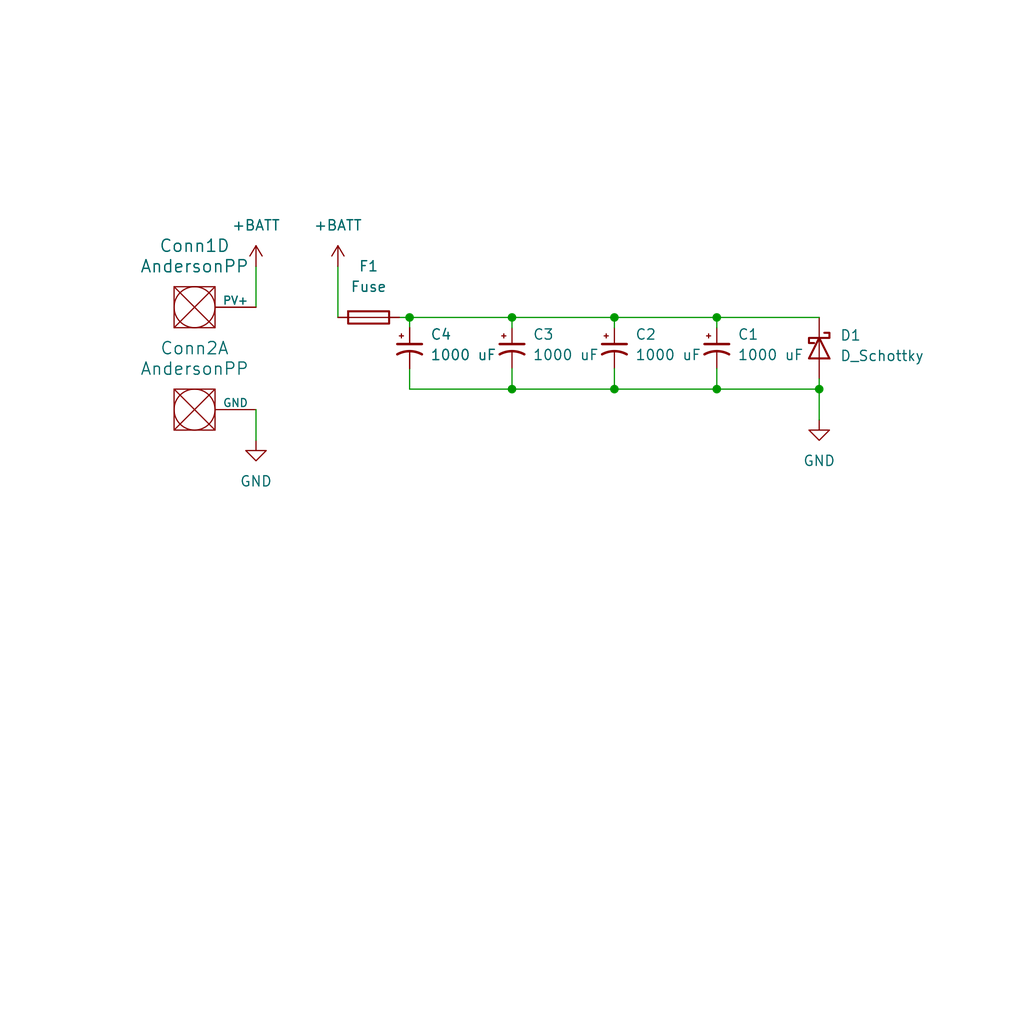
<source format=kicad_sch>
(kicad_sch (version 20231120) (generator "eeschema") (generator_version "8.0")
  (paper "User" 127 127)
  (lib_symbols
    (symbol "Device:C_Polarized_Small_US" (pin_numbers hide) (pin_names (offset 0.254) hide)
      (property "Reference" "C" (at 0.254 1.778 0))
      (property "Value" "C_Polarized_Small_US" (at 0.254 -2.032 0))
      (symbol "C_Polarized_Small_US_0_1"
        (polyline (pts (xy -1.524 0.508) (xy 1.524 0.508)) (stroke (width 0.3048)))
        (polyline (pts (xy -1.27 1.524) (xy -0.762 1.524)))
        (polyline (pts (xy -1.016 1.27) (xy -1.016 1.778)))
        (arc (start 1.524 -0.762) (mid 0 -0.3734) (end -1.524 -0.762) (stroke (width 0.3048)))
      )
      (symbol "C_Polarized_Small_US_1_1"
        (pin passive line (at 0 2.54 270) (length 2.032) (name "~") (number "1"))
        (pin passive line (at 0 -2.54 90) (length 2.032) (name "~") (number "2"))
      )
    )
    (symbol "Device:D_Schottky" (pin_numbers hide) (pin_names (offset 1.016) hide)
      (property "Reference" "D" (at 0 2.54 0))
      (property "Value" "D_Schottky" (at 0 -2.54 0))
      (symbol "D_Schottky_0_1"
        (polyline (pts (xy 1.27 0) (xy -1.27 0)))
        (polyline (pts (xy 1.27 1.27) (xy 1.27 -1.27) (xy -1.27 0) (xy 1.27 1.27)) (stroke (width 0.254)))
        (polyline (pts (xy -1.905 0.635) (xy -1.905 1.27) (xy -1.27 1.27) (xy -1.27 -1.27) (xy -0.635 -1.27) (xy -0.635 -0.635)) (stroke (width 0.254)))
      )
      (symbol "D_Schottky_1_1"
        (pin passive line (at -3.81 0 0) (length 2.54) (name "K") (number "1"))
        (pin passive line (at 3.81 0 180) (length 2.54) (name "A") (number "2"))
      )
    )
    (symbol "Device:Fuse" (pin_numbers hide) (pin_names (offset 0))
      (property "Reference" "F" (at 2.032 0 90))
      (property "Value" "Fuse" (at -1.905 0 90))
      (symbol "Fuse_0_1"
        (rectangle (start -0.762 -2.54) (end 0.762 2.54) (stroke (width 0.254)))
        (polyline (pts (xy 0 2.54) (xy 0 -2.54)))
      )
      (symbol "Fuse_1_1"
        (pin passive line (at 0 3.81 270) (length 1.27) (name "~") (number "1"))
        (pin passive line (at 0 -3.81 90) (length 1.27) (name "~") (number "2"))
      )
    )
    (symbol "MRDT_Connectors:AndersonPP" (pin_numbers hide) (pin_names (offset 0))
      (property "Reference" "Conn" (at 3.81 -1.27 0))
      (property "Value" "AndersonPP" (at 2.54 6.35 0))
      (symbol "AndersonPP_0_1"
        (polyline (pts (xy 0 5.08) (xy 5.08 0)))
        (polyline (pts (xy 5.08 5.08) (xy 0 0)))
        (rectangle (start 0 0) (end 5.08 5.08))
        (circle (center 2.54 2.54) (radius 2.54))
      )
      (symbol "AndersonPP_1_1"
        (pin input line (at 10.16 2.54 180) (length 5.08) (name "GND") (number "1"))
      )
      (symbol "AndersonPP_2_1"
        (pin input line (at 10.16 2.54 180) (length 5.08) (name "V+Log") (number "2"))
      )
      (symbol "AndersonPP_3_1"
        (pin input line (at 10.16 2.54 180) (length 5.08) (name "V+Act") (number "3"))
      )
      (symbol "AndersonPP_4_1"
        (pin input line (at 10.16 2.54 180) (length 5.08) (name "PV+") (number "4"))
      )
      (symbol "AndersonPP_5_1"
        (pin input line (at 10.16 2.54 180) (length 5.08) (name "~") (number "1"))
      )
    )
    (symbol "power:+3.3V" (power) (pin_numbers hide) (pin_names (offset 0) hide)
      (property "Value" "+3.3V" (at 0 3.556 0))
      (symbol "+3.3V_0_1"
        (polyline (pts (xy -0.762 1.27) (xy 0 2.54)))
        (polyline (pts (xy 0 0) (xy 0 2.54)))
        (polyline (pts (xy 0 2.54) (xy 0.762 1.27)))
      )
      (symbol "+3.3V_1_1"
        (pin power_in line (at 0 0 90) (length 0) (name "~") (number "1"))
      )
    )
    (symbol "power:GND" (power) (pin_numbers hide) (pin_names (offset 0) hide)
      (property "Value" "GND" (at 0 -3.81 0))
      (symbol "GND_0_1"
        (polyline (pts (xy 0 0) (xy 0 -1.27) (xy 1.27 -1.27) (xy 0 -2.54) (xy -1.27 -1.27) (xy 0 -1.27)))
      )
      (symbol "GND_1_1"
        (pin power_in line (at 0 0 270) (length 0) (name "~") (number "1"))
      )
    )
  )
  (junction (at 101.6 48.26))
  (junction (at 76.2 48.26))
  (junction (at 88.9 48.26))
  (junction (at 50.8 39.37))
  (junction (at 63.5 39.37))
  (junction (at 76.2 39.37))
  (junction (at 88.9 39.37))
  (junction (at 63.5 48.26))
  (wire (pts (xy 76.2 39.37) (xy 88.9 39.37)))
  (wire (pts (xy 88.9 39.37) (xy 88.9 40.64)))
  (wire (pts (xy 50.8 48.26) (xy 63.5 48.26)))
  (wire (pts (xy 88.9 48.26) (xy 88.9 45.72)))
  (wire (pts (xy 49.53 39.37) (xy 50.8 39.37)))
  (wire (pts (xy 50.8 48.26) (xy 50.8 45.72)))
  (wire (pts (xy 63.5 39.37) (xy 63.5 40.64)))
  (wire (pts (xy 101.6 48.26) (xy 101.6 52.07)))
  (wire (pts (xy 50.8 39.37) (xy 63.5 39.37)))
  (wire (pts (xy 63.5 39.37) (xy 76.2 39.37)))
  (wire (pts (xy 63.5 48.26) (xy 63.5 45.72)))
  (wire (pts (xy 88.9 39.37) (xy 101.6 39.37)))
  (wire (pts (xy 31.75 33.02) (xy 31.75 38.1)))
  (wire (pts (xy 31.75 54.61) (xy 31.75 50.8)))
  (wire (pts (xy 101.6 46.99) (xy 101.6 48.26)))
  (wire (pts (xy 76.2 48.26) (xy 88.9 48.26)))
  (wire (pts (xy 41.91 33.02) (xy 41.91 39.37)))
  (wire (pts (xy 76.2 39.37) (xy 76.2 40.64)))
  (wire (pts (xy 63.5 48.26) (xy 76.2 48.26)))
  (wire (pts (xy 88.9 48.26) (xy 101.6 48.26)))
  (wire (pts (xy 76.2 48.26) (xy 76.2 45.72)))
  (wire (pts (xy 50.8 40.64) (xy 50.8 39.37)))
  (symbol (lib_id "MRDT_Connectors:AndersonPP") (at 21.59 40.64 0) (unit 4)
    (property "Reference" "Conn1" (at 24.13 30.48 0) (effects (font (size 1.524 1.524))))
    (property "Value" "AndersonPP" (at 24.13 33.02 0) (effects (font (size 1.524 1.524))))
    (property "Footprint" "MRDT_Connectors:Anderson_1_Horizontal" (effects (hide yes)))
  )
  (symbol (lib_id "Device:Fuse") (at 45.72 39.37 90) (unit 1)
    (property "Reference" "F1" (at 45.72 33.02 90))
    (property "Value" "Fuse" (at 45.72 35.56 90))
    (property "Footprint" "KiCad:3140167" (effects (hide yes)))
    (property "Description" "Fuse" (effects (hide yes)))
  )
  (symbol (lib_id "power:GND") (at 101.6 52.07 0) (unit 1)
    (property "Reference" "#PWR03" (effects (hide yes)))
    (property "Value" "GND" (at 101.6 57.15 0))
    (property "Description" "Power symbol creates a global label with name \"GND\" , ground" (effects (hide yes)))
  )
  (symbol (lib_id "Device:D_Schottky") (at 101.6 43.18 270) (unit 1)
    (property "Reference" "D1" (at 104.14 41.5924 90) (effects (justify left)))
    (property "Value" "D_Schottky" (at 104.14 44.1324 90) (effects (justify left)))
    (property "Footprint" "Package_TO_SOT_SMD:TO-263-2_TabPin1" (effects (hide yes)))
    (property "Description" "Schottky diode" (effects (hide yes)))
  )
  (symbol (lib_id "power:GND") (at 31.75 54.61 0) (unit 1)
    (property "Reference" "#PWR01" (effects (hide yes)))
    (property "Value" "GND" (at 31.75 59.69 0))
    (property "Description" "Power symbol creates a global label with name \"GND\" , ground" (effects (hide yes)))
  )
  (symbol (lib_id "power:+3.3V") (at 41.91 33.02 0) (unit 1)
    (property "Reference" "#PWR04" (effects (hide yes)))
    (property "Value" "+BATT" (at 41.91 27.94 0))
    (property "Description" "Power symbol creates a global label with name \"+3.3V\"" (effects (hide yes)))
  )
  (symbol (lib_id "Device:C_Polarized_Small_US") (at 76.2 43.18 0) (unit 1)
    (property "Reference" "C2" (at 78.74 41.4781 0) (effects (justify left)))
    (property "Value" "1000 uF" (at 78.74 44.0181 0) (effects (justify left)))
    (property "Footprint" "Capacitor_THT:CP_Radial_D16.0mm_P7.50mm" (effects (hide yes)))
    (property "Description" "Polarized capacitor, small US symbol" (effects (hide yes)))
  )
  (symbol (lib_id "power:+3.3V") (at 31.75 33.02 0) (unit 1)
    (property "Reference" "#PWR02" (effects (hide yes)))
    (property "Value" "+BATT" (at 31.75 27.94 0))
    (property "Description" "Power symbol creates a global label with name \"+3.3V\"" (effects (hide yes)))
  )
  (symbol (lib_id "MRDT_Connectors:AndersonPP") (at 21.59 53.34 0) (unit 1)
    (property "Reference" "Conn2" (at 24.13 43.18 0) (effects (font (size 1.524 1.524))))
    (property "Value" "AndersonPP" (at 24.13 45.72 0) (effects (font (size 1.524 1.524))))
    (property "Footprint" "MRDT_Connectors:Anderson_1_Horizontal" (effects (hide yes)))
  )
  (symbol (lib_id "Device:C_Polarized_Small_US") (at 50.8 43.18 0) (unit 1)
    (property "Reference" "C4" (at 53.34 41.4781 0) (effects (justify left)))
    (property "Value" "1000 uF" (at 53.34 44.0181 0) (effects (justify left)))
    (property "Footprint" "Capacitor_THT:CP_Radial_D16.0mm_P7.50mm" (effects (hide yes)))
    (property "Description" "Polarized capacitor, small US symbol" (effects (hide yes)))
  )
  (symbol (lib_id "Device:C_Polarized_Small_US") (at 63.5 43.18 0) (unit 1)
    (property "Reference" "C3" (at 66.04 41.4781 0) (effects (justify left)))
    (property "Value" "1000 uF" (at 66.04 44.0181 0) (effects (justify left)))
    (property "Footprint" "Capacitor_THT:CP_Radial_D16.0mm_P7.50mm" (effects (hide yes)))
    (property "Description" "Polarized capacitor, small US symbol" (effects (hide yes)))
  )
  (symbol (lib_id "Device:C_Polarized_Small_US") (at 88.9 43.18 0) (unit 1)
    (property "Reference" "C1" (at 91.44 41.4781 0) (effects (justify left)))
    (property "Value" "1000 uF" (at 91.44 44.0181 0) (effects (justify left)))
    (property "Footprint" "Capacitor_THT:CP_Radial_D16.0mm_P7.50mm" (effects (hide yes)))
    (property "Description" "Polarized capacitor, small US symbol" (effects (hide yes)))
  )
)
</source>
